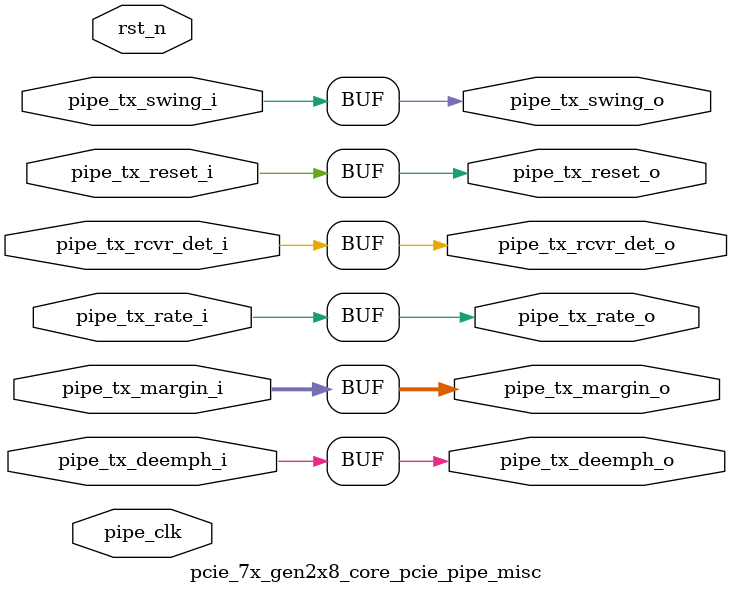
<source format=v>

`timescale 1ps/1ps

(* DowngradeIPIdentifiedWarnings = "yes" *)
module pcie_7x_gen2x8_core_pcie_pipe_misc #
(
    parameter        PIPE_PIPELINE_STAGES = 0,    // 0 - 0 stages, 1 - 1 stage, 2 - 2 stages
    parameter TCQ  = 1 // synthesis warning solved: parameter declaration becomes local
)
(

    input   wire        pipe_tx_rcvr_det_i       ,     // PIPE Tx Receiver Detect
    input   wire        pipe_tx_reset_i          ,     // PIPE Tx Reset
    input   wire        pipe_tx_rate_i           ,     // PIPE Tx Rate
    input   wire        pipe_tx_deemph_i         ,     // PIPE Tx Deemphasis
    input   wire [2:0]  pipe_tx_margin_i         ,     // PIPE Tx Margin
    input   wire        pipe_tx_swing_i          ,     // PIPE Tx Swing

    output  wire        pipe_tx_rcvr_det_o       ,     // Pipelined PIPE Tx Receiver Detect
    output  wire        pipe_tx_reset_o          ,     // Pipelined PIPE Tx Reset
    output  wire        pipe_tx_rate_o           ,     // Pipelined PIPE Tx Rate
    output  wire        pipe_tx_deemph_o         ,     // Pipelined PIPE Tx Deemphasis
    output  wire [2:0]  pipe_tx_margin_o         ,     // Pipelined PIPE Tx Margin
    output  wire        pipe_tx_swing_o          ,     // Pipelined PIPE Tx Swing

    input   wire        pipe_clk                ,      // PIPE Clock
    input   wire        rst_n                          // Reset
);

//******************************************************************//
// Reality check.                                                   //
//******************************************************************//

//    parameter TCQ  = 1;      // clock to out delay model

    generate

    if (PIPE_PIPELINE_STAGES == 0) begin : pipe_stages_0

        assign pipe_tx_rcvr_det_o = pipe_tx_rcvr_det_i;
        assign pipe_tx_reset_o  = pipe_tx_reset_i;
        assign pipe_tx_rate_o = pipe_tx_rate_i;
        assign pipe_tx_deemph_o = pipe_tx_deemph_i;
        assign pipe_tx_margin_o = pipe_tx_margin_i;
        assign pipe_tx_swing_o = pipe_tx_swing_i;

    end // if (PIPE_PIPELINE_STAGES == 0)
    else if (PIPE_PIPELINE_STAGES == 1) begin : pipe_stages_1

    reg                pipe_tx_rcvr_det_q       ;
    reg                pipe_tx_reset_q          ;
    reg                pipe_tx_rate_q           ;
    reg                pipe_tx_deemph_q         ;
    reg [2:0]          pipe_tx_margin_q         ;
    reg                pipe_tx_swing_q          ;

        always @(posedge pipe_clk) begin

        if (rst_n)
        begin

            pipe_tx_rcvr_det_q <= #TCQ 0;
            pipe_tx_reset_q  <= #TCQ 1'b1;
            pipe_tx_rate_q <= #TCQ 0;
            pipe_tx_deemph_q <= #TCQ 1'b1;
            pipe_tx_margin_q <= #TCQ 0;
            pipe_tx_swing_q <= #TCQ 0;

        end
        else
        begin

            pipe_tx_rcvr_det_q <= #TCQ pipe_tx_rcvr_det_i;
            pipe_tx_reset_q  <= #TCQ pipe_tx_reset_i;
            pipe_tx_rate_q <= #TCQ pipe_tx_rate_i;
            pipe_tx_deemph_q <= #TCQ pipe_tx_deemph_i;
            pipe_tx_margin_q <= #TCQ pipe_tx_margin_i;
            pipe_tx_swing_q <= #TCQ pipe_tx_swing_i;

          end

        end

        assign pipe_tx_rcvr_det_o = pipe_tx_rcvr_det_q;
        assign pipe_tx_reset_o  = pipe_tx_reset_q;
        assign pipe_tx_rate_o = pipe_tx_rate_q;
        assign pipe_tx_deemph_o = pipe_tx_deemph_q;
        assign pipe_tx_margin_o = pipe_tx_margin_q;
        assign pipe_tx_swing_o = pipe_tx_swing_q;

    end // if (PIPE_PIPELINE_STAGES == 1)
    else if (PIPE_PIPELINE_STAGES == 2) begin : pipe_stages_2

    reg                pipe_tx_rcvr_det_q       ;
    reg                pipe_tx_reset_q          ;
    reg                pipe_tx_rate_q           ;
    reg                pipe_tx_deemph_q         ;
    reg [2:0]          pipe_tx_margin_q         ;
    reg                pipe_tx_swing_q          ;

    reg                pipe_tx_rcvr_det_qq      ;
    reg                pipe_tx_reset_qq         ;
    reg                pipe_tx_rate_qq          ;
    reg                pipe_tx_deemph_qq        ;
    reg [2:0]          pipe_tx_margin_qq        ;
    reg                pipe_tx_swing_qq         ;

        always @(posedge pipe_clk) begin

        if (rst_n)
        begin

            pipe_tx_rcvr_det_q <= #TCQ 0;
            pipe_tx_reset_q  <= #TCQ 1'b1;
            pipe_tx_rate_q <= #TCQ 0;
            pipe_tx_deemph_q <= #TCQ 1'b1;
            pipe_tx_margin_q <= #TCQ 0;
            pipe_tx_swing_q <= #TCQ 0;

            pipe_tx_rcvr_det_qq <= #TCQ 0;
            pipe_tx_reset_qq  <= #TCQ 1'b1;
            pipe_tx_rate_qq <= #TCQ 0;
            pipe_tx_deemph_qq <= #TCQ 1'b1;
            pipe_tx_margin_qq <= #TCQ 0;
            pipe_tx_swing_qq <= #TCQ 0;

        end
        else
        begin

            pipe_tx_rcvr_det_q <= #TCQ pipe_tx_rcvr_det_i;
            pipe_tx_reset_q  <= #TCQ pipe_tx_reset_i;
            pipe_tx_rate_q <= #TCQ pipe_tx_rate_i;
            pipe_tx_deemph_q <= #TCQ pipe_tx_deemph_i;
            pipe_tx_margin_q <= #TCQ pipe_tx_margin_i;
            pipe_tx_swing_q <= #TCQ pipe_tx_swing_i;

            pipe_tx_rcvr_det_qq <= #TCQ pipe_tx_rcvr_det_q;
            pipe_tx_reset_qq  <= #TCQ pipe_tx_reset_q;
            pipe_tx_rate_qq <= #TCQ pipe_tx_rate_q;
            pipe_tx_deemph_qq <= #TCQ pipe_tx_deemph_q;
            pipe_tx_margin_qq <= #TCQ pipe_tx_margin_q;
            pipe_tx_swing_qq <= #TCQ pipe_tx_swing_q;

          end

        end

        assign pipe_tx_rcvr_det_o = pipe_tx_rcvr_det_qq;
        assign pipe_tx_reset_o  = pipe_tx_reset_qq;
        assign pipe_tx_rate_o = pipe_tx_rate_qq;
        assign pipe_tx_deemph_o = pipe_tx_deemph_qq;
        assign pipe_tx_margin_o = pipe_tx_margin_qq;
        assign pipe_tx_swing_o = pipe_tx_swing_qq;

    end // if (PIPE_PIPELINE_STAGES == 2)

    endgenerate

endmodule


</source>
